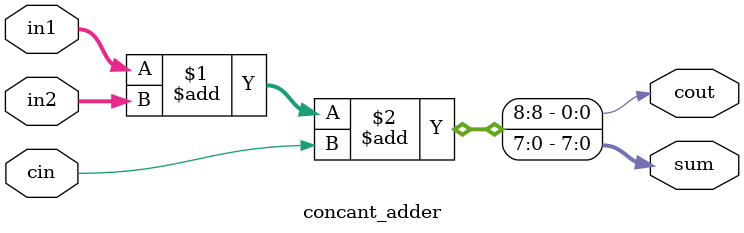
<source format=v>
`timescale 1ns / 1ps

//8-bit adder description
module concant_adder(sum,cout,in1,in2,cin);
input [7:0] in1,in2;
input cin;
output [7:0] sum;
output cout;

assign #20 {cout,sum}=in1+in2+cin; // Concantenation of cout and sum

endmodule

</source>
